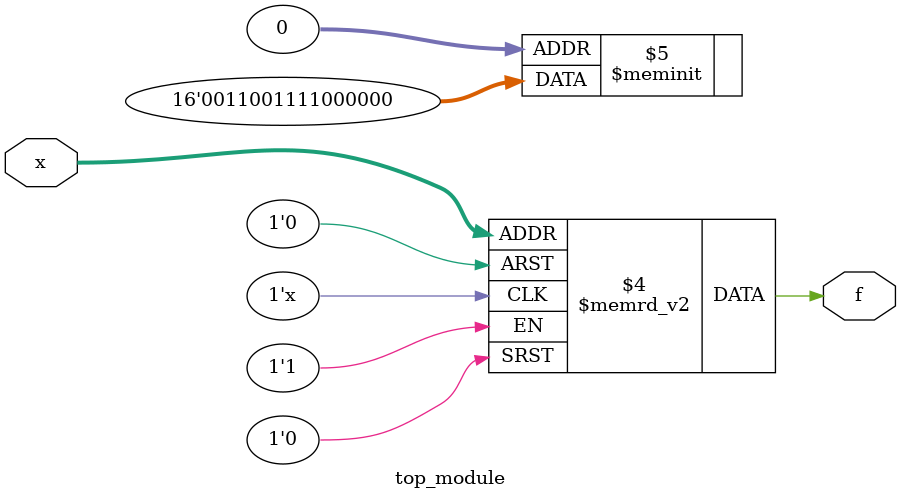
<source format=sv>
module top_module (
    input [4:1] x,
    output logic f
);

// Karnaugh map:
//        x[1]x[2]
// x[3]x[4]   00 01 11 10
//  00 | d | 0 | d | d |
//  01 | 0 | d | 1 | 0 |
//  11 | 1 | 1 | d | d |
//  10 | 1 | 1 | 0 | d |

// Truth table:
//   x[4] x[3] x[2] x[1] | f
//   ---------------------
//     0    0    0    0  | d
//     0    0    0    1  | 0
//     0    0    1    0  | d
//     0    0    1    1  | d
//     0    1    0    0  | 0
//     0    1    0    1  | d
//     0    1    1    0  | 1
//     0    1    1    1  | 0
//     1    0    0    0  | 1
//     1    0    0    1  | 1
//     1    0    1    0  | d
//     1    0    1    1  | d
//     1    1    0    0  | 1
//     1    1    0    1  | 1
//     1    1    1    0  | d
//     1    1    1    1  | d

// Implement the function f:

// Assigning the output values based on the Karnaugh map:
always_comb begin
    case (x)
        4'b0000: f = 1'b0; // d
        4'b0001: f = 1'b0;
        4'b0010: f = 1'b0; // d
        4'b0011: f = 1'b0; // d
        4'b0100: f = 1'b0;
        4'b0101: f = 1'b0; // d
        4'b0110: f = 1'b1;
        4'b0111: f = 1'b1;
        4'b1000: f = 1'b1;
        4'b1001: f = 1'b1;
        4'b1010: f = 1'b0; // d
        4'b1011: f = 1'b0; // d
        4'b1100: f = 1'b1;
        4'b1101: f = 1'b1;
        4'b1110: f = 1'b0; // d
        4'b1111: f = 1'b0; // d
    endcase
end

endmodule

</source>
